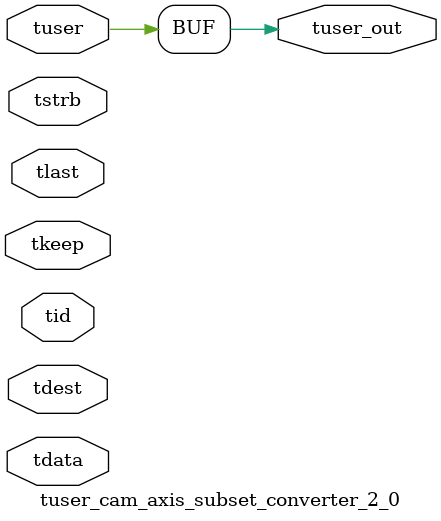
<source format=v>


`timescale 1ps/1ps

module tuser_cam_axis_subset_converter_2_0 #
(
parameter C_S_AXIS_TUSER_WIDTH = 1,
parameter C_S_AXIS_TDATA_WIDTH = 32,
parameter C_S_AXIS_TID_WIDTH   = 0,
parameter C_S_AXIS_TDEST_WIDTH = 0,
parameter C_M_AXIS_TUSER_WIDTH = 1
)
(
input  [(C_S_AXIS_TUSER_WIDTH == 0 ? 1 : C_S_AXIS_TUSER_WIDTH)-1:0     ] tuser,
input  [(C_S_AXIS_TDATA_WIDTH == 0 ? 1 : C_S_AXIS_TDATA_WIDTH)-1:0     ] tdata,
input  [(C_S_AXIS_TID_WIDTH   == 0 ? 1 : C_S_AXIS_TID_WIDTH)-1:0       ] tid,
input  [(C_S_AXIS_TDEST_WIDTH == 0 ? 1 : C_S_AXIS_TDEST_WIDTH)-1:0     ] tdest,
input  [(C_S_AXIS_TDATA_WIDTH/8)-1:0 ] tkeep,
input  [(C_S_AXIS_TDATA_WIDTH/8)-1:0 ] tstrb,
input                                                                    tlast,
output [C_M_AXIS_TUSER_WIDTH-1:0] tuser_out
);

assign tuser_out = {tuser[0:0]};

endmodule


</source>
